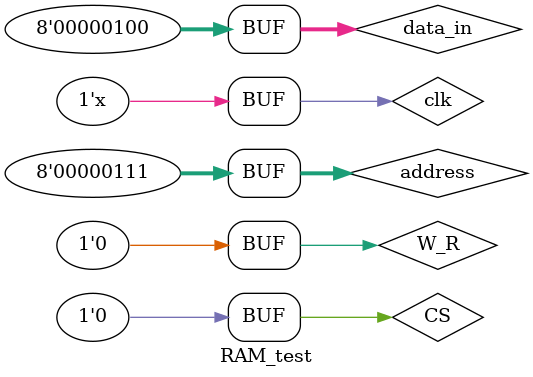
<source format=v>
`timescale 1ns / 1ps


module RAM_test;

	// Inputs
	reg [7:0] data_in;
	reg [7:0] address;
	reg W_R;
	reg CS;
	reg clk;

	// Outputs
	wire [7:0] data_out;

	// Instantiate the Unit Under Test (UUT)
	RAM_256 uut (
		.data_in(data_in), 
		.address(address), 
		.W_R(W_R), 
		.CS(CS), 
		.clk(clk), 
		.data_out(data_out)
	);

	initial begin
		
		  // Initialize Inputs

  data_in  = 8'b0;

  address  = 8'b0;

  CS  = 1'b1;

  clk  = 1'b0;
  
  W_R = 1;


  // Wait 100 ns for global reset to finish

  #20;

  data_in  = 8'h0;

  address  = 8'h0;

  #20;

  data_in  = 8'h1;

  address  = 8'h1;

  #20;

  data_in  = 8'h10;

  address  = 8'h2;

  #20;

  data_in  = 8'h6;

  address  = 8'h3;

  #20;

  data_in  = 8'h12;

  address  = 8'h4;
  
  #20;

  data_in  = 8'h10;

  address  = 8'h5;
  
  #20;

  data_in  = 8'h19;

  address  = 8'h6;
  
  #20;

  data_in  = 8'h4;

  address  = 8'h7;

  #40;

  address  = 8'h0;

  W_R  = 1'b0;

  #20;

  address   = 8'h1;

  #20;

  address   = 8'h2;

  #20;

  address   = 8'h3;

  #20;

  address   = 8'h4;
  
  #20;

  address   = 8'h5;
  
  #20;

  address   = 8'h6;
  
  #20;

  address   = 8'h7;
  
  #20;
  
  CS = 0;

 end

   

 always #10 clk = ~clk;

      
endmodule


</source>
